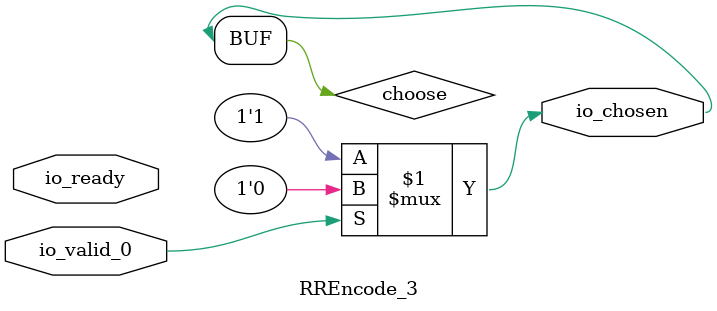
<source format=v>
module RREncode_3(
    input  io_valid_0,
    output io_chosen,
    input  io_ready);
  wire choose;
  assign io_chosen = choose;
  assign choose = io_valid_0 ? 1'h0 : 1'h1;
endmodule
</source>
